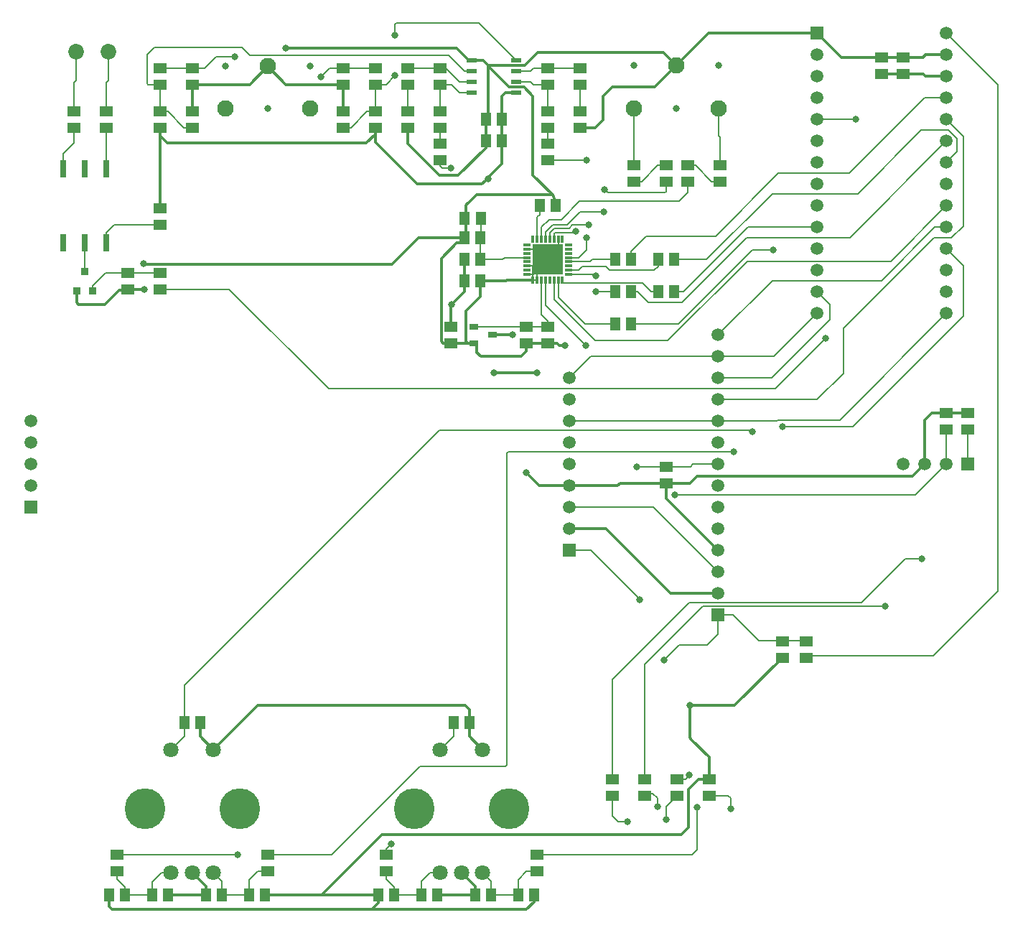
<source format=gbl>
G04*
G04 #@! TF.GenerationSoftware,Altium Limited,Altium Designer,20.0.13 (296)*
G04*
G04 Layer_Physical_Order=2*
G04 Layer_Color=16711680*
%FSLAX25Y25*%
%MOIN*%
G70*
G01*
G75*
%ADD17R,0.05906X0.05118*%
%ADD30C,0.00800*%
%ADD31C,0.01200*%
%ADD32C,0.07284*%
%ADD33C,0.03150*%
%ADD34C,0.07677*%
%ADD35C,0.05906*%
%ADD36R,0.05906X0.05906*%
%ADD37R,0.05906X0.05906*%
%ADD38C,0.05906*%
%ADD39R,0.05906X0.05906*%
%ADD40C,0.07087*%
%ADD41C,0.18898*%
%ADD42C,0.03200*%
%ADD43R,0.05118X0.05906*%
%ADD44R,0.14173X0.14173*%
%ADD45R,0.01181X0.03347*%
%ADD46R,0.03347X0.01181*%
%ADD47R,0.03543X0.03740*%
%ADD48R,0.03543X0.03740*%
%ADD49R,0.04134X0.02559*%
%ADD50R,0.03150X0.08071*%
G04:AMPARAMS|DCode=51|XSize=21.65mil|YSize=49.21mil|CornerRadius=1.95mil|HoleSize=0mil|Usage=FLASHONLY|Rotation=270.000|XOffset=0mil|YOffset=0mil|HoleType=Round|Shape=RoundedRectangle|*
%AMROUNDEDRECTD51*
21,1,0.02165,0.04532,0,0,270.0*
21,1,0.01776,0.04921,0,0,270.0*
1,1,0.00390,-0.02266,-0.00888*
1,1,0.00390,-0.02266,0.00888*
1,1,0.00390,0.02266,0.00888*
1,1,0.00390,0.02266,-0.00888*
%
%ADD51ROUNDEDRECTD51*%
%ADD52C,0.01500*%
D17*
X385000Y137740D02*
D03*
Y130260D02*
D03*
X374000Y137740D02*
D03*
Y130260D02*
D03*
X255000Y283740D02*
D03*
Y276260D02*
D03*
X170000Y383740D02*
D03*
Y376260D02*
D03*
X65000Y31260D02*
D03*
Y38740D02*
D03*
X135000Y31260D02*
D03*
Y38740D02*
D03*
X260000Y31260D02*
D03*
Y38740D02*
D03*
X190000Y31260D02*
D03*
Y38740D02*
D03*
X420000Y401260D02*
D03*
Y408740D02*
D03*
X430000D02*
D03*
Y401260D02*
D03*
X200000Y396260D02*
D03*
Y403740D02*
D03*
X215000D02*
D03*
Y396260D02*
D03*
X200000Y383740D02*
D03*
Y376260D02*
D03*
X215000Y383740D02*
D03*
Y376260D02*
D03*
X265000Y403740D02*
D03*
Y396260D02*
D03*
X280000D02*
D03*
Y403740D02*
D03*
X265000Y383740D02*
D03*
Y376260D02*
D03*
X280000Y383740D02*
D03*
Y376260D02*
D03*
X220000Y276260D02*
D03*
Y283740D02*
D03*
X215000Y361260D02*
D03*
Y368740D02*
D03*
X265000Y361260D02*
D03*
Y368740D02*
D03*
X100000Y383740D02*
D03*
Y376260D02*
D03*
X85000Y383740D02*
D03*
Y376260D02*
D03*
X185000Y383740D02*
D03*
Y376260D02*
D03*
X340000Y73740D02*
D03*
Y66260D02*
D03*
X310000Y73740D02*
D03*
Y66260D02*
D03*
X295000Y73740D02*
D03*
Y66260D02*
D03*
X325000Y73740D02*
D03*
Y66260D02*
D03*
X460000Y236260D02*
D03*
Y243740D02*
D03*
X450000Y236260D02*
D03*
Y243740D02*
D03*
X265000Y276260D02*
D03*
Y283740D02*
D03*
X45000Y383740D02*
D03*
Y376260D02*
D03*
X345000Y351260D02*
D03*
Y358740D02*
D03*
X330000D02*
D03*
Y351260D02*
D03*
X185000Y396260D02*
D03*
Y403740D02*
D03*
X170000Y396260D02*
D03*
Y403740D02*
D03*
X85000Y338740D02*
D03*
Y331260D02*
D03*
X70000Y301260D02*
D03*
Y308740D02*
D03*
X85000D02*
D03*
Y301260D02*
D03*
X60000Y383740D02*
D03*
Y376260D02*
D03*
X85000Y396260D02*
D03*
Y403740D02*
D03*
X100000Y396260D02*
D03*
Y403740D02*
D03*
X320000Y218740D02*
D03*
Y211260D02*
D03*
Y358740D02*
D03*
Y351260D02*
D03*
X305000D02*
D03*
Y358740D02*
D03*
D30*
X285000Y180000D02*
X308000Y157000D01*
X307750D02*
X308000D01*
X275000Y180000D02*
X285000D01*
X246000Y80369D02*
Y225000D01*
X246700Y225700D01*
X351400D01*
X245531Y79900D02*
X246000Y80369D01*
X205900Y79900D02*
X245531D01*
X326000Y136000D02*
X339000D01*
X344000Y141000D02*
Y150000D01*
X339000Y136000D02*
X344000Y141000D01*
X319000Y129000D02*
X326000Y136000D01*
X374000Y138000D02*
X385000D01*
X363000D02*
X374000D01*
X310000Y73740D02*
Y127000D01*
X337200Y154200D02*
X421900D01*
X310000Y127000D02*
X337200Y154200D01*
X385000Y131000D02*
X444000Y131000D01*
X385000Y131000D02*
X385000D01*
X351000Y150000D02*
X363000Y138000D01*
X344000Y150000D02*
X351000D01*
X444000Y131000D02*
X474000Y161000D01*
X450000Y420000D02*
X474000Y396000D01*
Y161000D02*
Y396000D01*
X234000Y325260D02*
Y334000D01*
X233740Y325000D02*
X234000Y325260D01*
X402400Y283100D02*
X444300Y325000D01*
X452500D02*
X458000Y330500D01*
X444300Y325000D02*
X452500D01*
X359531Y235469D02*
X360000Y235000D01*
X214700Y235800D02*
X359531D01*
Y235469D02*
Y235800D01*
X330700Y155800D02*
X410800D01*
X431100Y176100D02*
X438600D01*
X410800Y155800D02*
X431100Y176100D01*
X340000Y66260D02*
X348740D01*
X350000Y60000D02*
Y65000D01*
X348740Y66260D02*
X350000Y65000D01*
X320000Y55000D02*
Y61260D01*
X325000Y66260D01*
X79000Y396728D02*
Y410000D01*
X82400Y413400D02*
X123145D01*
X79000Y410000D02*
X82400Y413400D01*
X79469Y396260D02*
X85000D01*
X79000Y396728D02*
X79469Y396260D01*
X344000Y260000D02*
X369000D01*
X396000Y287000D02*
Y294000D01*
X369000Y260000D02*
X396000Y287000D01*
X406700Y237400D02*
X458000Y288700D01*
X450000Y320000D02*
X458000Y312000D01*
Y288700D02*
Y312000D01*
X320000Y346469D02*
Y351260D01*
X319531Y346000D02*
X320000Y346469D01*
X293169Y346000D02*
X319531D01*
X291769Y347400D02*
X293169Y346000D01*
X291500Y347400D02*
X291769D01*
X310000Y66260D02*
X311056Y67316D01*
X313684D02*
X316000Y65000D01*
X311056Y67316D02*
X313684D01*
X316000Y61000D02*
Y65000D01*
X280000Y383740D02*
Y396260D01*
X297900Y54000D02*
X302000D01*
X295000Y56900D02*
X297900Y54000D01*
X455000Y365000D02*
Y371153D01*
X451153Y375000D02*
X455000Y371153D01*
X450000Y360000D02*
X455000Y365000D01*
X409100Y345600D02*
X438500Y375000D01*
X451153D01*
X458000Y330500D02*
Y372000D01*
X450000Y380000D02*
X458000Y372000D01*
X309100Y304000D02*
X313100Y300000D01*
X306796Y304153D02*
X306949Y304000D01*
X309100D01*
X282875Y275000D02*
Y275125D01*
X264016Y293984D02*
X282875Y275125D01*
X135000Y38740D02*
X164740D01*
X205900Y79900D01*
X390000Y380000D02*
X408000D01*
X194175Y419175D02*
Y424175D01*
X194700Y424700D01*
X233135D01*
X250335Y407500D01*
X276519Y331000D02*
X284000D01*
X267437Y331200D02*
X274200D01*
X280831Y337169D02*
X281000Y337000D01*
X274200Y331200D02*
X280169Y337169D01*
X280831D01*
X281000Y337000D02*
X291000D01*
X261000Y319000D02*
X265000Y315000D01*
X260079Y319921D02*
X261000Y319000D01*
X280698Y317151D02*
X283000Y319453D01*
Y325000D01*
X265984Y327484D02*
X268100Y329600D01*
X268440Y327640D02*
X277640D01*
X278000Y328000D01*
X268100Y329600D02*
X275119D01*
X276519Y331000D01*
X264016Y327779D02*
X267437Y331200D01*
X280698Y317151D02*
Y317151D01*
X258110Y305354D02*
Y308110D01*
X279531Y315984D02*
X280698Y317151D01*
X274646Y315984D02*
X279531D01*
X271890Y304364D02*
Y305354D01*
Y304364D02*
X272080Y304174D01*
X273070D01*
X273091Y304153D01*
X306796D01*
X287500Y300000D02*
X296260D01*
X274646Y308110D02*
X286890D01*
X287500Y307500D01*
X281168Y311700D02*
X292189D01*
X284900Y314016D02*
X285884Y315000D01*
X274646Y314016D02*
X284900D01*
X292189Y311700D02*
X293889Y310000D01*
X285884Y315000D02*
X296260D01*
X372233Y355000D02*
X405000D01*
X440000Y390000D02*
X450000D01*
X405000Y355000D02*
X440000Y390000D01*
X327300Y295000D02*
X357569Y325269D01*
X306700Y300000D02*
X311700Y295000D01*
X327300D01*
X70000Y301260D02*
X70040Y301300D01*
X69690Y300950D02*
X70000Y301260D01*
X260000Y38740D02*
X332140D01*
X334400Y41000D02*
Y60900D01*
X332140Y38740D02*
X334400Y41000D01*
X258110Y305354D02*
X260079D01*
X210400Y30472D02*
X215157D01*
X206260Y26332D02*
X210400Y30472D01*
X206260Y20000D02*
Y26332D01*
X190000Y27440D02*
Y31260D01*
Y27440D02*
X193740Y23700D01*
Y20000D02*
Y23700D01*
Y20000D02*
X206260D01*
X255200Y31260D02*
X260000D01*
X251260Y27320D02*
X255200Y31260D01*
X251260Y20000D02*
Y27320D01*
X238740Y20000D02*
Y26575D01*
X234843Y30472D02*
X238740Y26575D01*
Y20000D02*
X251260D01*
X215157Y87559D02*
X221260Y93661D01*
Y100000D01*
X85600Y30472D02*
X90157D01*
X81260Y26132D02*
X85600Y30472D01*
X81260Y20000D02*
Y26132D01*
X65000Y27440D02*
Y31260D01*
Y27440D02*
X68740Y23700D01*
Y20000D02*
Y23700D01*
Y20000D02*
X81260D01*
X130400Y31260D02*
X135000D01*
X126260Y27120D02*
X130400Y31260D01*
X126260Y20000D02*
Y27120D01*
X113740Y20000D02*
Y26575D01*
X109843Y30472D02*
X113740Y26575D01*
Y20000D02*
X126260D01*
X96260Y117360D02*
X214700Y235800D01*
X96260Y100000D02*
Y117360D01*
Y93661D02*
Y100000D01*
X90157Y87559D02*
X96260Y93661D01*
X265000Y283740D02*
Y286606D01*
X262047Y289559D02*
X265000Y286606D01*
X262047Y289559D02*
Y305354D01*
X242839Y283740D02*
X255000D01*
X242800Y283780D02*
X242839Y283740D01*
X230669Y283780D02*
X242800D01*
X255000Y283740D02*
X265000D01*
X244984Y315984D02*
X255354D01*
X244000Y315000D02*
X244984Y315984D01*
X233740Y315000D02*
X244000D01*
X233740D02*
Y325000D01*
X261260Y335981D02*
Y340000D01*
X260079Y334800D02*
X261260Y335981D01*
X260079Y324646D02*
Y334800D01*
X215000Y368740D02*
Y376260D01*
Y358400D02*
Y361260D01*
Y358400D02*
X216000Y357400D01*
X220200D01*
X267953Y327153D02*
X268440Y327640D01*
X267953Y324646D02*
Y327153D01*
X100000Y403740D02*
X105706D01*
X111000Y409035D01*
X119900D01*
X85000Y403740D02*
X100000D01*
X226400Y402500D02*
X229665D01*
X219100Y409800D02*
X226400Y402500D01*
X126745Y409800D02*
X219100D01*
X123145Y413400D02*
X126745Y409800D01*
X96180Y376260D02*
X100000D01*
X88700Y383740D02*
X96180Y376260D01*
X85000Y383740D02*
X88700D01*
X85000D02*
Y396260D01*
X200000Y383740D02*
Y396260D01*
X264016Y324646D02*
Y327779D01*
X316180Y358740D02*
X320000D01*
X308700Y351260D02*
X316180Y358740D01*
X305000Y351260D02*
X308700D01*
X330000Y346000D02*
Y351260D01*
X326000Y342000D02*
X330000Y346000D01*
X279763Y342000D02*
X326000D01*
X271331Y333569D02*
X279763Y342000D01*
X265616Y333569D02*
X271331D01*
X262047Y330000D02*
X265616Y333569D01*
X262047Y324646D02*
Y330000D01*
X341180Y351260D02*
X345000D01*
X333700Y358740D02*
X341180Y351260D01*
X330000Y358740D02*
X333700D01*
X265000Y368740D02*
Y376260D01*
Y361260D02*
X282960D01*
X265984Y324646D02*
Y327484D01*
X163740Y403740D02*
X170000D01*
X159900Y399900D02*
X163740Y403740D01*
X170000D02*
X185000D01*
X181180Y383740D02*
X185000D01*
X173700Y376260D02*
X181180Y383740D01*
X170000Y376260D02*
X173700D01*
X185000Y396260D02*
X189960D01*
X194100Y400400D01*
X185000Y383740D02*
Y396260D01*
X295000Y56900D02*
Y66260D01*
X46000Y398100D02*
Y411500D01*
X45000Y397100D02*
X46000Y398100D01*
X45000Y383740D02*
Y397100D01*
X61000Y398100D02*
Y411500D01*
X60000Y397100D02*
X61000Y398100D01*
X60000Y383740D02*
Y397100D01*
X305000Y358740D02*
Y385315D01*
X344370Y372330D02*
Y385315D01*
Y372330D02*
X345000Y371700D01*
Y358740D02*
Y371700D01*
X45000Y369200D02*
Y376260D01*
X40000Y364200D02*
X45000Y369200D01*
X40000Y357224D02*
Y364200D01*
X60000Y357224D02*
Y376260D01*
X424300Y314300D02*
X450000Y340000D01*
X357700Y314300D02*
X424300D01*
X320800Y277400D02*
X357700Y314300D01*
X286925Y277400D02*
X320800D01*
X267953Y296373D02*
X286925Y277400D01*
X267953Y296373D02*
Y305354D01*
X460000Y220000D02*
Y236260D01*
X435800Y205800D02*
X450000Y220000D01*
X324000Y205800D02*
X435800D01*
X264016Y293984D02*
Y305354D01*
X450000Y220000D02*
Y236260D01*
X314000Y200000D02*
X344000Y170000D01*
X275000Y200000D02*
X314000D01*
X390000Y300000D02*
X396000Y294000D01*
X344000Y240000D02*
X371500D01*
X372100Y240600D01*
X400600D01*
X450000Y290000D01*
X275000Y240000D02*
X344000D01*
X306260Y218740D02*
X320000D01*
X332560Y220000D02*
X344000D01*
X331300Y218740D02*
X332560Y220000D01*
X320000Y218740D02*
X331300D01*
X285000Y270000D02*
X344000D01*
X275000Y260000D02*
X285000Y270000D01*
X344000D02*
X370000D01*
X390000Y290000D01*
X344000Y250000D02*
X390200D01*
X402400Y262200D01*
Y283100D01*
X344000Y280000D02*
X369300Y305300D01*
X420000D01*
X444700Y330000D01*
X450000D01*
X53740Y300374D02*
Y302800D01*
X59680Y308740D01*
X70000D01*
X85000D01*
X50000Y309626D02*
Y322776D01*
X295000Y120100D02*
X330700Y155800D01*
X295000Y73740D02*
Y120100D01*
X325000Y73740D02*
X328940D01*
X330900Y75700D01*
X374000Y237400D02*
X406700D01*
X190000Y38740D02*
Y41500D01*
X192300Y43800D01*
X65000Y38740D02*
X121040D01*
X351400Y225700D02*
X351500Y225800D01*
X303740Y315000D02*
Y318800D01*
X310751Y325810D01*
X343043D01*
X372233Y355000D01*
X405269Y325269D02*
X450000Y370000D01*
X357569Y325269D02*
X405269D01*
X303740Y300000D02*
X306700D01*
X274646Y310079D02*
X279546D01*
X281168Y311700D01*
X293889Y310000D02*
X314321D01*
X316260Y311939D01*
Y315000D01*
X323740D02*
X338800D01*
X369400Y345600D01*
X409100D01*
X282525Y285000D02*
X296260D01*
X269921Y297604D02*
X282525Y285000D01*
X269921Y297604D02*
Y305354D01*
X360200Y319600D02*
X369600D01*
X325600Y285000D02*
X360200Y319600D01*
X303740Y285000D02*
X325600D01*
X358100Y330000D02*
X390000D01*
X328100Y300000D02*
X358100Y330000D01*
X323740Y300000D02*
X328100D01*
X370700Y255000D02*
X394200Y278500D01*
X163400Y255000D02*
X370700D01*
X117140Y301260D02*
X163400Y255000D01*
X85000Y301260D02*
X117140D01*
X60000Y322776D02*
Y327400D01*
X63860Y331260D01*
X85000D01*
X224160Y392500D02*
X229665D01*
X220400Y396260D02*
X224160Y392500D01*
X215000Y396260D02*
X220400D01*
X215000Y383740D02*
Y396260D01*
X223940Y397500D02*
X229665D01*
X217700Y403740D02*
X223940Y397500D01*
X215000Y403740D02*
X217700D01*
X200000D02*
X215000D01*
X258240Y396260D02*
X265000D01*
X257000Y397500D02*
X258240Y396260D01*
X250335Y397500D02*
X257000D01*
X265000Y383740D02*
Y396260D01*
X258240Y403740D02*
X265000D01*
X257000Y402500D02*
X258240Y403740D01*
X250335Y402500D02*
X257000D01*
X265000Y403740D02*
X280000D01*
X313100Y300000D02*
X316260D01*
X255354Y308110D02*
X258110D01*
X255354Y312047D02*
X258313D01*
X255354Y319921D02*
X260079D01*
Y305354D02*
Y310079D01*
X269921Y319921D02*
Y324646D01*
D31*
X320000Y211260D02*
X320260Y211000D01*
X331000D02*
X334500Y214500D01*
X320260Y211000D02*
X331000D01*
X237170Y352830D02*
X243740Y359400D01*
X255000Y216000D02*
X261000Y210000D01*
X275000D01*
X351740Y108000D02*
X374000Y130260D01*
X331000Y108000D02*
X351740D01*
X331000Y93108D02*
Y108000D01*
Y93108D02*
X331880Y92228D01*
X275000Y190000D02*
X292000D01*
X322000Y160000D02*
X344000D01*
X292000Y190000D02*
X322000Y160000D01*
X340000Y73740D02*
Y84000D01*
X331880Y92120D02*
X340000Y84000D01*
X331880Y92120D02*
Y92228D01*
X227000Y335000D02*
Y340297D01*
X320000Y204000D02*
Y211260D01*
X270560Y275000D02*
X273000D01*
X269300Y276260D02*
X270560Y275000D01*
X85000Y372500D02*
X88500Y369000D01*
X180900D02*
X185000Y373100D01*
X88500Y369000D02*
X180900D01*
X85000Y338740D02*
Y372500D01*
X232136Y271864D02*
Y275541D01*
X234000Y270000D02*
X252600D01*
X232136Y271864D02*
X234000Y270000D01*
X230669Y276220D02*
X231457D01*
X232136Y275541D01*
X228000Y276220D02*
X230669D01*
X252600Y270000D02*
X255000Y272400D01*
X265000Y276260D02*
X269300D01*
X254400Y405000D02*
X260400Y411000D01*
X318685D02*
X324685Y405000D01*
X260400Y411000D02*
X318685D01*
X261266Y315000D02*
X265000D01*
X260079Y310079D02*
Y311168D01*
X225000Y323500D02*
Y325000D01*
X77500Y312900D02*
X192900D01*
X185000Y369500D02*
X204500Y350000D01*
X234340D01*
X236959Y352500D02*
X237500D01*
X236085Y351626D02*
X236959Y352500D01*
X235966Y351626D02*
X236085D01*
X234340Y350000D02*
X235966Y351626D01*
X215600Y277200D02*
Y315600D01*
X225000Y325000D02*
X226260D01*
X205000D02*
X225000D01*
X215600Y315600D02*
X222801Y322801D01*
X224301D02*
X225000Y323500D01*
X222801Y322801D02*
X224301D01*
X192900Y312900D02*
X205000Y325000D01*
X227703Y341000D02*
X228000D01*
X226260Y325000D02*
X227000Y325740D01*
Y335000D01*
Y340297D02*
X227703Y341000D01*
X228000D02*
X232000Y345000D01*
X237500Y404720D02*
Y405000D01*
Y381240D02*
Y404720D01*
X232000Y345000D02*
X267340D01*
X267840Y344500D01*
X258100Y354240D02*
X267340Y345000D01*
X267840Y344500D02*
X268740Y340000D01*
X240000Y262500D02*
X260000D01*
X239331Y280000D02*
X248700D01*
X295100Y395000D02*
X314685D01*
X324685Y405000D01*
X290900Y390800D02*
X295100Y395000D01*
X237500Y405000D02*
X254400D01*
X237500Y404720D02*
X247220Y395000D01*
X254000D01*
X236260Y380000D02*
X237500Y381240D01*
X229665Y407500D02*
X235000D01*
X237500Y405000D01*
X70040Y301300D02*
X77600D01*
X59300Y294300D02*
X65950Y300950D01*
X46260Y295003D02*
Y300374D01*
Y295003D02*
X46963Y294300D01*
X59300D01*
X65950Y300950D02*
X69690D01*
X220000Y294000D02*
X220300Y294300D01*
X185000Y373100D02*
Y376260D01*
Y369500D02*
Y373100D01*
X85000Y372500D02*
Y376260D01*
X183260Y13400D02*
X255200D01*
X258500Y312047D02*
X259200D01*
X258313D02*
X258500D01*
X246054Y305354D02*
X258110D01*
X225339Y276220D02*
X228000D01*
X440560Y400000D02*
X450000D01*
X439300Y401260D02*
X440560Y400000D01*
X430000Y401260D02*
X439300D01*
X420000D02*
X430000D01*
X61260Y14940D02*
X62800Y13400D01*
X183260D01*
X186260Y16400D01*
Y20000D01*
X61260Y14940D02*
Y20000D01*
X255200Y13400D02*
X258740Y16940D01*
Y20000D01*
X160000D02*
X186260D01*
X440000Y220000D02*
Y240400D01*
X443340Y243740D01*
X450000D01*
X460000D01*
X335200Y73740D02*
X340000D01*
X330500Y69040D02*
X335200Y73740D01*
X330500Y51600D02*
Y69040D01*
X327100Y48200D02*
X330500Y51600D01*
X188200Y48200D02*
X327100D01*
X160000Y20000D02*
X188200Y48200D01*
X133740Y20000D02*
X160000D01*
X334500Y214500D02*
X434500Y214500D01*
X440000Y220000D01*
X320000Y204000D02*
X344000Y180000D01*
X298760Y211260D02*
X320000D01*
X297500Y210000D02*
X298760Y211260D01*
X275000Y210000D02*
X297500D01*
X243740Y359400D02*
Y370000D01*
X245440Y392500D02*
X250335D01*
X243740Y390800D02*
X245440Y392500D01*
X243740Y380000D02*
Y390800D01*
Y370000D02*
Y380000D01*
X226260Y305000D02*
Y315000D01*
X220000Y283740D02*
Y294000D01*
X220300Y294300D02*
X226260Y300260D01*
Y305000D01*
X216540Y276260D02*
X220000D01*
X215600Y277200D02*
X216540Y276260D01*
X245700Y305000D02*
X246054Y305354D01*
X233740Y305000D02*
X245700D01*
X258313Y312047D02*
X261266Y315000D01*
X259200Y312047D02*
X260079Y311168D01*
X258500Y308500D02*
Y312047D01*
X233740Y297840D02*
Y305000D01*
X227100Y291200D02*
X233740Y297840D01*
X227100Y277120D02*
X228000Y276220D01*
X220000Y276260D02*
X225339Y276220D01*
X255000Y272400D02*
Y276260D01*
X265000D01*
X440560Y410000D02*
X450000D01*
X439300Y408740D02*
X440560Y410000D01*
X430000Y408740D02*
X439300D01*
X390000Y420000D02*
X401260Y408740D01*
X420000D01*
X430000D01*
X100000Y396260D02*
X126575D01*
X135000Y404685D01*
X227100Y277120D02*
Y291200D01*
X100000Y383740D02*
Y396260D01*
X228300Y407500D02*
X229665D01*
X222800Y413000D02*
X228300Y407500D01*
X143315Y413000D02*
X222800D01*
X143425Y396260D02*
X170000D01*
X135000Y404685D02*
X143425Y396260D01*
X170000Y383740D02*
Y396260D01*
X339685Y420000D02*
X390000D01*
X324685Y405000D02*
X339685Y420000D01*
X254000Y395000D02*
X258100Y390900D01*
Y354240D02*
Y390900D01*
X280000Y376260D02*
X287200D01*
X290900Y379960D01*
Y390800D01*
X236260Y366723D02*
Y370000D01*
X223569Y354031D02*
X236260Y366723D01*
X214669Y354031D02*
X223569D01*
X200000Y368700D02*
X214669Y354031D01*
X200000Y368700D02*
Y376260D01*
X236260Y370000D02*
Y380000D01*
X88740Y20000D02*
X106260D01*
Y24213D01*
X100000Y30472D02*
X106260Y24213D01*
X103740Y93661D02*
Y100000D01*
Y93661D02*
X109843Y87559D01*
X228740Y93661D02*
Y100000D01*
Y93661D02*
X234843Y87559D01*
X228740Y100000D02*
Y106000D01*
X226740Y108000D02*
X228740Y106000D01*
X130284Y108000D02*
X226740D01*
X109843Y87559D02*
X130284Y108000D01*
X213740Y20000D02*
X231260D01*
Y24213D01*
X225000Y30472D02*
X231260Y24213D01*
D32*
X46000Y411500D02*
D03*
X61000D02*
D03*
D33*
X324685Y385315D02*
D03*
X344370Y405000D02*
D03*
X305000D02*
D03*
X135000Y385000D02*
D03*
X154685Y404685D02*
D03*
X115315D02*
D03*
D34*
X344370Y385315D02*
D03*
X305000D02*
D03*
X324685Y405000D02*
D03*
X154685Y385000D02*
D03*
X115315D02*
D03*
X135000Y404685D02*
D03*
D35*
X430000Y220000D02*
D03*
X440000D02*
D03*
X450000D02*
D03*
X344000Y280000D02*
D03*
Y270000D02*
D03*
Y260000D02*
D03*
Y250000D02*
D03*
Y240000D02*
D03*
Y230000D02*
D03*
Y220000D02*
D03*
Y210000D02*
D03*
Y200000D02*
D03*
Y190000D02*
D03*
Y180000D02*
D03*
Y170000D02*
D03*
Y160000D02*
D03*
X275000Y200000D02*
D03*
Y210000D02*
D03*
Y220000D02*
D03*
Y230000D02*
D03*
Y240000D02*
D03*
Y250000D02*
D03*
Y260000D02*
D03*
Y190000D02*
D03*
X25000Y240000D02*
D03*
Y230000D02*
D03*
Y220000D02*
D03*
Y210000D02*
D03*
D36*
X460000Y220000D02*
D03*
D37*
X344000Y150000D02*
D03*
X275000Y180000D02*
D03*
X25000Y200000D02*
D03*
D38*
X450000Y290000D02*
D03*
Y300000D02*
D03*
Y310000D02*
D03*
Y320000D02*
D03*
Y330000D02*
D03*
Y340000D02*
D03*
Y350000D02*
D03*
Y360000D02*
D03*
Y370000D02*
D03*
Y380000D02*
D03*
Y390000D02*
D03*
Y400000D02*
D03*
Y410000D02*
D03*
Y420000D02*
D03*
X390000Y290000D02*
D03*
Y300000D02*
D03*
Y310000D02*
D03*
Y320000D02*
D03*
Y330000D02*
D03*
Y340000D02*
D03*
Y350000D02*
D03*
Y360000D02*
D03*
Y370000D02*
D03*
Y380000D02*
D03*
Y390000D02*
D03*
Y400000D02*
D03*
Y410000D02*
D03*
D39*
Y420000D02*
D03*
D40*
X90157Y30472D02*
D03*
X109843D02*
D03*
X100000D02*
D03*
X90157Y87559D02*
D03*
X109843D02*
D03*
X215157Y30472D02*
D03*
X234843D02*
D03*
X225000D02*
D03*
X215157Y87559D02*
D03*
X234843D02*
D03*
D41*
X122047Y60000D02*
D03*
X77953D02*
D03*
X247047D02*
D03*
X202953D02*
D03*
D42*
X307750Y157000D02*
D03*
X255000Y216000D02*
D03*
X319000Y129000D02*
D03*
X331000Y108000D02*
D03*
X360000Y235000D02*
D03*
X320000Y55000D02*
D03*
X350000Y60000D02*
D03*
X273000Y275000D02*
D03*
X302000Y54000D02*
D03*
X316000Y61000D02*
D03*
X282875Y275000D02*
D03*
X408000Y380000D02*
D03*
X194175Y419175D02*
D03*
X282960Y361260D02*
D03*
X284000Y331000D02*
D03*
X291000Y337000D02*
D03*
X283000Y325000D02*
D03*
X278000Y328000D02*
D03*
X261000Y311000D02*
D03*
Y319000D02*
D03*
X269000D02*
D03*
X265000Y314000D02*
D03*
X269000Y311000D02*
D03*
X287500Y300000D02*
D03*
Y307500D02*
D03*
X237500Y352500D02*
D03*
X260000Y262500D02*
D03*
X240000D02*
D03*
X77600Y301300D02*
D03*
X77500Y313100D02*
D03*
X334400Y60900D02*
D03*
X248700Y280000D02*
D03*
X220300Y294300D02*
D03*
X143315Y413000D02*
D03*
X220200Y357400D02*
D03*
X119900Y409035D02*
D03*
X291500Y347400D02*
D03*
X159900Y399900D02*
D03*
X194100Y400400D02*
D03*
X324000Y205800D02*
D03*
X306260Y218740D02*
D03*
X438600Y176100D02*
D03*
X421900Y154200D02*
D03*
X330900Y75700D02*
D03*
X374000Y237400D02*
D03*
X192300Y43800D02*
D03*
X121040Y38740D02*
D03*
X351500Y225800D02*
D03*
X369600Y319600D02*
D03*
X394200Y278500D02*
D03*
D43*
X234000Y334000D02*
D03*
X226520D02*
D03*
X233740Y325000D02*
D03*
X226260D02*
D03*
Y305000D02*
D03*
X233740D02*
D03*
Y315000D02*
D03*
X226260D02*
D03*
X268740Y340000D02*
D03*
X261260D02*
D03*
X323740Y315000D02*
D03*
X316260D02*
D03*
X323740Y300000D02*
D03*
X316260D02*
D03*
X303740Y315000D02*
D03*
X296260D02*
D03*
X303740Y300000D02*
D03*
X296260D02*
D03*
X303740Y285000D02*
D03*
X296260D02*
D03*
X236260Y380000D02*
D03*
X243740D02*
D03*
X236260Y370000D02*
D03*
X243740D02*
D03*
X68740Y20000D02*
D03*
X61260D02*
D03*
X88740D02*
D03*
X81260D02*
D03*
X106260D02*
D03*
X113740D02*
D03*
X126260D02*
D03*
X133740D02*
D03*
X193740D02*
D03*
X186260D02*
D03*
X213740D02*
D03*
X206260D02*
D03*
X231260D02*
D03*
X238740D02*
D03*
X251260D02*
D03*
X258740D02*
D03*
X228740Y100000D02*
D03*
X221260D02*
D03*
X103740D02*
D03*
X96260D02*
D03*
D44*
X265000Y315000D02*
D03*
D45*
X258110Y305354D02*
D03*
X260079D02*
D03*
X262047D02*
D03*
X264016D02*
D03*
X265984D02*
D03*
X267953D02*
D03*
X269921D02*
D03*
X271890D02*
D03*
Y324646D02*
D03*
X269921D02*
D03*
X267953D02*
D03*
X265984D02*
D03*
X264016D02*
D03*
X262047D02*
D03*
X260079D02*
D03*
X258110D02*
D03*
D46*
X274646Y308110D02*
D03*
Y310079D02*
D03*
Y312047D02*
D03*
Y314016D02*
D03*
Y315984D02*
D03*
Y317953D02*
D03*
Y319921D02*
D03*
Y321890D02*
D03*
X255354D02*
D03*
Y319921D02*
D03*
Y317953D02*
D03*
Y315984D02*
D03*
Y314016D02*
D03*
Y312047D02*
D03*
Y310079D02*
D03*
Y308110D02*
D03*
D47*
X53740Y300374D02*
D03*
X50000Y309626D02*
D03*
D48*
X46260Y300374D02*
D03*
D49*
X230669Y276220D02*
D03*
Y283780D02*
D03*
X239331Y280000D02*
D03*
D50*
X60000Y357224D02*
D03*
X50000D02*
D03*
X40000D02*
D03*
Y322776D02*
D03*
X50000D02*
D03*
X60000D02*
D03*
D51*
X250335Y407500D02*
D03*
Y402500D02*
D03*
Y397500D02*
D03*
Y392500D02*
D03*
X229665Y407500D02*
D03*
Y402500D02*
D03*
Y397500D02*
D03*
Y392500D02*
D03*
D52*
X269000Y319000D02*
X269921Y319921D01*
X265000Y315000D02*
X269000Y319000D01*
M02*

</source>
